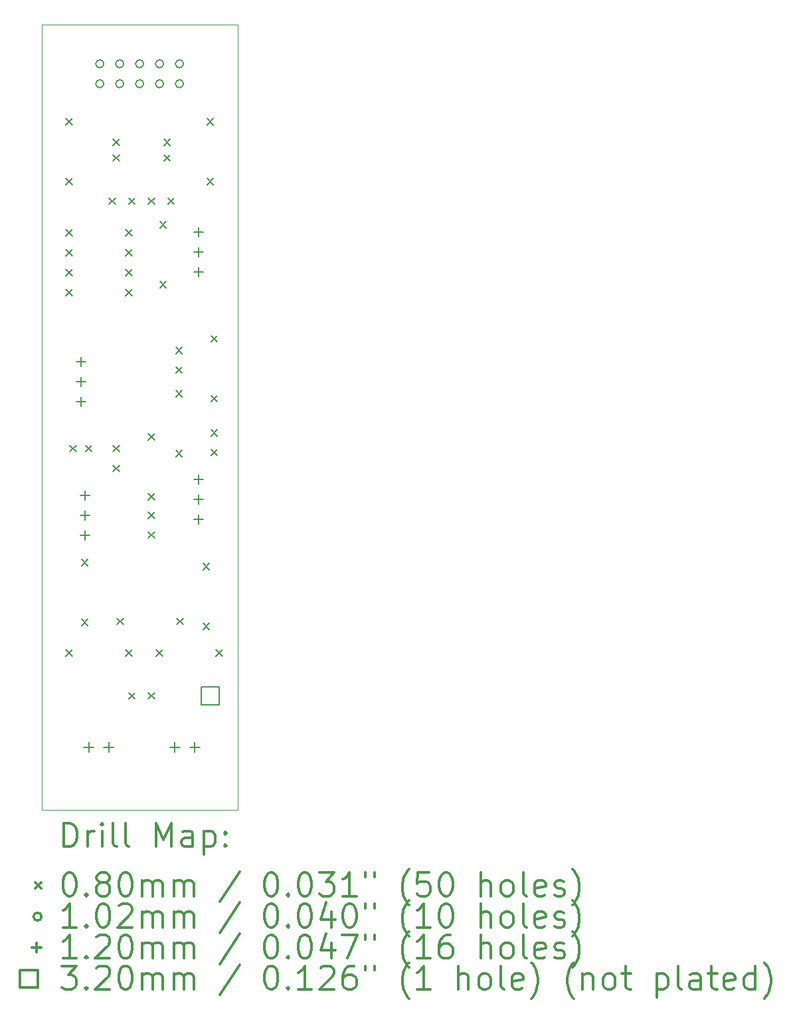
<source format=gbr>
%FSLAX45Y45*%
G04 Gerber Fmt 4.5, Leading zero omitted, Abs format (unit mm)*
G04 Created by KiCad (PCBNEW (5.1.8-0-10_14)) date 2021-07-20 21:00:22*
%MOMM*%
%LPD*%
G01*
G04 APERTURE LIST*
%TA.AperFunction,Profile*%
%ADD10C,0.050000*%
%TD*%
%ADD11C,0.200000*%
%ADD12C,0.300000*%
G04 APERTURE END LIST*
D10*
X5000000Y-15000000D02*
X5000000Y-5000000D01*
X7500000Y-15000000D02*
X5000000Y-15000000D01*
X7500000Y-5000000D02*
X7500000Y-15000000D01*
X5000000Y-5000000D02*
X7500000Y-5000000D01*
D11*
X6460000Y-12960000D02*
X6540000Y-13040000D01*
X6540000Y-12960000D02*
X6460000Y-13040000D01*
X7222000Y-12960000D02*
X7302000Y-13040000D01*
X7302000Y-12960000D02*
X7222000Y-13040000D01*
X6560000Y-6460000D02*
X6640000Y-6540000D01*
X6640000Y-6460000D02*
X6560000Y-6540000D01*
X6560000Y-6660000D02*
X6640000Y-6740000D01*
X6640000Y-6660000D02*
X6560000Y-6740000D01*
X6710000Y-9110000D02*
X6790000Y-9190000D01*
X6790000Y-9110000D02*
X6710000Y-9190000D01*
X6710000Y-9360000D02*
X6790000Y-9440000D01*
X6790000Y-9360000D02*
X6710000Y-9440000D01*
X5860000Y-7210000D02*
X5940000Y-7290000D01*
X5940000Y-7210000D02*
X5860000Y-7290000D01*
X6110000Y-7210000D02*
X6190000Y-7290000D01*
X6190000Y-7210000D02*
X6110000Y-7290000D01*
X5310000Y-6198000D02*
X5390000Y-6278000D01*
X5390000Y-6198000D02*
X5310000Y-6278000D01*
X5310000Y-6960000D02*
X5390000Y-7040000D01*
X5390000Y-6960000D02*
X5310000Y-7040000D01*
X7160000Y-10160000D02*
X7240000Y-10240000D01*
X7240000Y-10160000D02*
X7160000Y-10240000D01*
X7160000Y-10410000D02*
X7240000Y-10490000D01*
X7240000Y-10410000D02*
X7160000Y-10490000D01*
X5960000Y-12560000D02*
X6040000Y-12640000D01*
X6040000Y-12560000D02*
X5960000Y-12640000D01*
X6722000Y-12560000D02*
X6802000Y-12640000D01*
X6802000Y-12560000D02*
X6722000Y-12640000D01*
X7110000Y-6198000D02*
X7190000Y-6278000D01*
X7190000Y-6198000D02*
X7110000Y-6278000D01*
X7110000Y-6960000D02*
X7190000Y-7040000D01*
X7190000Y-6960000D02*
X7110000Y-7040000D01*
X6360000Y-10210000D02*
X6440000Y-10290000D01*
X6440000Y-10210000D02*
X6360000Y-10290000D01*
X6360000Y-10972000D02*
X6440000Y-11052000D01*
X6440000Y-10972000D02*
X6360000Y-11052000D01*
X6510000Y-7510000D02*
X6590000Y-7590000D01*
X6590000Y-7510000D02*
X6510000Y-7590000D01*
X6510000Y-8272000D02*
X6590000Y-8352000D01*
X6590000Y-8272000D02*
X6510000Y-8352000D01*
X5910000Y-6460000D02*
X5990000Y-6540000D01*
X5990000Y-6460000D02*
X5910000Y-6540000D01*
X5910000Y-6660000D02*
X5990000Y-6740000D01*
X5990000Y-6660000D02*
X5910000Y-6740000D01*
X5310000Y-7610000D02*
X5390000Y-7690000D01*
X5390000Y-7610000D02*
X5310000Y-7690000D01*
X5310000Y-7864000D02*
X5390000Y-7944000D01*
X5390000Y-7864000D02*
X5310000Y-7944000D01*
X5310000Y-8118000D02*
X5390000Y-8198000D01*
X5390000Y-8118000D02*
X5310000Y-8198000D01*
X5310000Y-8372000D02*
X5390000Y-8452000D01*
X5390000Y-8372000D02*
X5310000Y-8452000D01*
X6072000Y-7610000D02*
X6152000Y-7690000D01*
X6152000Y-7610000D02*
X6072000Y-7690000D01*
X6072000Y-7864000D02*
X6152000Y-7944000D01*
X6152000Y-7864000D02*
X6072000Y-7944000D01*
X6072000Y-8118000D02*
X6152000Y-8198000D01*
X6152000Y-8118000D02*
X6072000Y-8198000D01*
X6072000Y-8372000D02*
X6152000Y-8452000D01*
X6152000Y-8372000D02*
X6072000Y-8452000D01*
X7060000Y-11860000D02*
X7140000Y-11940000D01*
X7140000Y-11860000D02*
X7060000Y-11940000D01*
X7060000Y-12622000D02*
X7140000Y-12702000D01*
X7140000Y-12622000D02*
X7060000Y-12702000D01*
X6360000Y-11210000D02*
X6440000Y-11290000D01*
X6440000Y-11210000D02*
X6360000Y-11290000D01*
X6360000Y-11460000D02*
X6440000Y-11540000D01*
X6440000Y-11460000D02*
X6360000Y-11540000D01*
X5910000Y-10360000D02*
X5990000Y-10440000D01*
X5990000Y-10360000D02*
X5910000Y-10440000D01*
X5910000Y-10610000D02*
X5990000Y-10690000D01*
X5990000Y-10610000D02*
X5910000Y-10690000D01*
X6360000Y-7210000D02*
X6440000Y-7290000D01*
X6440000Y-7210000D02*
X6360000Y-7290000D01*
X6610000Y-7210000D02*
X6690000Y-7290000D01*
X6690000Y-7210000D02*
X6610000Y-7290000D01*
X5510000Y-11810000D02*
X5590000Y-11890000D01*
X5590000Y-11810000D02*
X5510000Y-11890000D01*
X5510000Y-12572000D02*
X5590000Y-12652000D01*
X5590000Y-12572000D02*
X5510000Y-12652000D01*
X6110000Y-13510000D02*
X6190000Y-13590000D01*
X6190000Y-13510000D02*
X6110000Y-13590000D01*
X6360000Y-13510000D02*
X6440000Y-13590000D01*
X6440000Y-13510000D02*
X6360000Y-13590000D01*
X6710000Y-9660000D02*
X6790000Y-9740000D01*
X6790000Y-9660000D02*
X6710000Y-9740000D01*
X6710000Y-10422000D02*
X6790000Y-10502000D01*
X6790000Y-10422000D02*
X6710000Y-10502000D01*
X5310000Y-12960000D02*
X5390000Y-13040000D01*
X5390000Y-12960000D02*
X5310000Y-13040000D01*
X6072000Y-12960000D02*
X6152000Y-13040000D01*
X6152000Y-12960000D02*
X6072000Y-13040000D01*
X5360000Y-10360000D02*
X5440000Y-10440000D01*
X5440000Y-10360000D02*
X5360000Y-10440000D01*
X5560000Y-10360000D02*
X5640000Y-10440000D01*
X5640000Y-10360000D02*
X5560000Y-10440000D01*
X7160000Y-8960000D02*
X7240000Y-9040000D01*
X7240000Y-8960000D02*
X7160000Y-9040000D01*
X7160000Y-9722000D02*
X7240000Y-9802000D01*
X7240000Y-9722000D02*
X7160000Y-9802000D01*
X5791800Y-5499500D02*
G75*
G03*
X5791800Y-5499500I-50800J0D01*
G01*
X5791800Y-5753500D02*
G75*
G03*
X5791800Y-5753500I-50800J0D01*
G01*
X6045800Y-5499500D02*
G75*
G03*
X6045800Y-5499500I-50800J0D01*
G01*
X6045800Y-5753500D02*
G75*
G03*
X6045800Y-5753500I-50800J0D01*
G01*
X6299800Y-5499500D02*
G75*
G03*
X6299800Y-5499500I-50800J0D01*
G01*
X6299800Y-5753500D02*
G75*
G03*
X6299800Y-5753500I-50800J0D01*
G01*
X6553800Y-5499500D02*
G75*
G03*
X6553800Y-5499500I-50800J0D01*
G01*
X6553800Y-5753500D02*
G75*
G03*
X6553800Y-5753500I-50800J0D01*
G01*
X6807800Y-5499500D02*
G75*
G03*
X6807800Y-5499500I-50800J0D01*
G01*
X6807800Y-5753500D02*
G75*
G03*
X6807800Y-5753500I-50800J0D01*
G01*
X5500000Y-9232000D02*
X5500000Y-9352000D01*
X5440000Y-9292000D02*
X5560000Y-9292000D01*
X5500000Y-9486000D02*
X5500000Y-9606000D01*
X5440000Y-9546000D02*
X5560000Y-9546000D01*
X5500000Y-9740000D02*
X5500000Y-9860000D01*
X5440000Y-9800000D02*
X5560000Y-9800000D01*
X7000000Y-7582000D02*
X7000000Y-7702000D01*
X6940000Y-7642000D02*
X7060000Y-7642000D01*
X7000000Y-7836000D02*
X7000000Y-7956000D01*
X6940000Y-7896000D02*
X7060000Y-7896000D01*
X7000000Y-8090000D02*
X7000000Y-8210000D01*
X6940000Y-8150000D02*
X7060000Y-8150000D01*
X5600000Y-14140000D02*
X5600000Y-14260000D01*
X5540000Y-14200000D02*
X5660000Y-14200000D01*
X5854000Y-14140000D02*
X5854000Y-14260000D01*
X5794000Y-14200000D02*
X5914000Y-14200000D01*
X5550000Y-10932000D02*
X5550000Y-11052000D01*
X5490000Y-10992000D02*
X5610000Y-10992000D01*
X5550000Y-11186000D02*
X5550000Y-11306000D01*
X5490000Y-11246000D02*
X5610000Y-11246000D01*
X5550000Y-11440000D02*
X5550000Y-11560000D01*
X5490000Y-11500000D02*
X5610000Y-11500000D01*
X6700000Y-14140000D02*
X6700000Y-14260000D01*
X6640000Y-14200000D02*
X6760000Y-14200000D01*
X6954000Y-14140000D02*
X6954000Y-14260000D01*
X6894000Y-14200000D02*
X7014000Y-14200000D01*
X7000000Y-10732000D02*
X7000000Y-10852000D01*
X6940000Y-10792000D02*
X7060000Y-10792000D01*
X7000000Y-10986000D02*
X7000000Y-11106000D01*
X6940000Y-11046000D02*
X7060000Y-11046000D01*
X7000000Y-11240000D02*
X7000000Y-11360000D01*
X6940000Y-11300000D02*
X7060000Y-11300000D01*
X7263138Y-13663138D02*
X7263138Y-13436862D01*
X7036862Y-13436862D01*
X7036862Y-13663138D01*
X7263138Y-13663138D01*
D12*
X5283928Y-15468214D02*
X5283928Y-15168214D01*
X5355357Y-15168214D01*
X5398214Y-15182500D01*
X5426786Y-15211071D01*
X5441071Y-15239643D01*
X5455357Y-15296786D01*
X5455357Y-15339643D01*
X5441071Y-15396786D01*
X5426786Y-15425357D01*
X5398214Y-15453929D01*
X5355357Y-15468214D01*
X5283928Y-15468214D01*
X5583928Y-15468214D02*
X5583928Y-15268214D01*
X5583928Y-15325357D02*
X5598214Y-15296786D01*
X5612500Y-15282500D01*
X5641071Y-15268214D01*
X5669643Y-15268214D01*
X5769643Y-15468214D02*
X5769643Y-15268214D01*
X5769643Y-15168214D02*
X5755357Y-15182500D01*
X5769643Y-15196786D01*
X5783928Y-15182500D01*
X5769643Y-15168214D01*
X5769643Y-15196786D01*
X5955357Y-15468214D02*
X5926786Y-15453929D01*
X5912500Y-15425357D01*
X5912500Y-15168214D01*
X6112500Y-15468214D02*
X6083928Y-15453929D01*
X6069643Y-15425357D01*
X6069643Y-15168214D01*
X6455357Y-15468214D02*
X6455357Y-15168214D01*
X6555357Y-15382500D01*
X6655357Y-15168214D01*
X6655357Y-15468214D01*
X6926786Y-15468214D02*
X6926786Y-15311071D01*
X6912500Y-15282500D01*
X6883928Y-15268214D01*
X6826786Y-15268214D01*
X6798214Y-15282500D01*
X6926786Y-15453929D02*
X6898214Y-15468214D01*
X6826786Y-15468214D01*
X6798214Y-15453929D01*
X6783928Y-15425357D01*
X6783928Y-15396786D01*
X6798214Y-15368214D01*
X6826786Y-15353929D01*
X6898214Y-15353929D01*
X6926786Y-15339643D01*
X7069643Y-15268214D02*
X7069643Y-15568214D01*
X7069643Y-15282500D02*
X7098214Y-15268214D01*
X7155357Y-15268214D01*
X7183928Y-15282500D01*
X7198214Y-15296786D01*
X7212500Y-15325357D01*
X7212500Y-15411071D01*
X7198214Y-15439643D01*
X7183928Y-15453929D01*
X7155357Y-15468214D01*
X7098214Y-15468214D01*
X7069643Y-15453929D01*
X7341071Y-15439643D02*
X7355357Y-15453929D01*
X7341071Y-15468214D01*
X7326786Y-15453929D01*
X7341071Y-15439643D01*
X7341071Y-15468214D01*
X7341071Y-15282500D02*
X7355357Y-15296786D01*
X7341071Y-15311071D01*
X7326786Y-15296786D01*
X7341071Y-15282500D01*
X7341071Y-15311071D01*
X4917500Y-15922500D02*
X4997500Y-16002500D01*
X4997500Y-15922500D02*
X4917500Y-16002500D01*
X5341071Y-15798214D02*
X5369643Y-15798214D01*
X5398214Y-15812500D01*
X5412500Y-15826786D01*
X5426786Y-15855357D01*
X5441071Y-15912500D01*
X5441071Y-15983929D01*
X5426786Y-16041071D01*
X5412500Y-16069643D01*
X5398214Y-16083929D01*
X5369643Y-16098214D01*
X5341071Y-16098214D01*
X5312500Y-16083929D01*
X5298214Y-16069643D01*
X5283928Y-16041071D01*
X5269643Y-15983929D01*
X5269643Y-15912500D01*
X5283928Y-15855357D01*
X5298214Y-15826786D01*
X5312500Y-15812500D01*
X5341071Y-15798214D01*
X5569643Y-16069643D02*
X5583928Y-16083929D01*
X5569643Y-16098214D01*
X5555357Y-16083929D01*
X5569643Y-16069643D01*
X5569643Y-16098214D01*
X5755357Y-15926786D02*
X5726786Y-15912500D01*
X5712500Y-15898214D01*
X5698214Y-15869643D01*
X5698214Y-15855357D01*
X5712500Y-15826786D01*
X5726786Y-15812500D01*
X5755357Y-15798214D01*
X5812500Y-15798214D01*
X5841071Y-15812500D01*
X5855357Y-15826786D01*
X5869643Y-15855357D01*
X5869643Y-15869643D01*
X5855357Y-15898214D01*
X5841071Y-15912500D01*
X5812500Y-15926786D01*
X5755357Y-15926786D01*
X5726786Y-15941071D01*
X5712500Y-15955357D01*
X5698214Y-15983929D01*
X5698214Y-16041071D01*
X5712500Y-16069643D01*
X5726786Y-16083929D01*
X5755357Y-16098214D01*
X5812500Y-16098214D01*
X5841071Y-16083929D01*
X5855357Y-16069643D01*
X5869643Y-16041071D01*
X5869643Y-15983929D01*
X5855357Y-15955357D01*
X5841071Y-15941071D01*
X5812500Y-15926786D01*
X6055357Y-15798214D02*
X6083928Y-15798214D01*
X6112500Y-15812500D01*
X6126786Y-15826786D01*
X6141071Y-15855357D01*
X6155357Y-15912500D01*
X6155357Y-15983929D01*
X6141071Y-16041071D01*
X6126786Y-16069643D01*
X6112500Y-16083929D01*
X6083928Y-16098214D01*
X6055357Y-16098214D01*
X6026786Y-16083929D01*
X6012500Y-16069643D01*
X5998214Y-16041071D01*
X5983928Y-15983929D01*
X5983928Y-15912500D01*
X5998214Y-15855357D01*
X6012500Y-15826786D01*
X6026786Y-15812500D01*
X6055357Y-15798214D01*
X6283928Y-16098214D02*
X6283928Y-15898214D01*
X6283928Y-15926786D02*
X6298214Y-15912500D01*
X6326786Y-15898214D01*
X6369643Y-15898214D01*
X6398214Y-15912500D01*
X6412500Y-15941071D01*
X6412500Y-16098214D01*
X6412500Y-15941071D02*
X6426786Y-15912500D01*
X6455357Y-15898214D01*
X6498214Y-15898214D01*
X6526786Y-15912500D01*
X6541071Y-15941071D01*
X6541071Y-16098214D01*
X6683928Y-16098214D02*
X6683928Y-15898214D01*
X6683928Y-15926786D02*
X6698214Y-15912500D01*
X6726786Y-15898214D01*
X6769643Y-15898214D01*
X6798214Y-15912500D01*
X6812500Y-15941071D01*
X6812500Y-16098214D01*
X6812500Y-15941071D02*
X6826786Y-15912500D01*
X6855357Y-15898214D01*
X6898214Y-15898214D01*
X6926786Y-15912500D01*
X6941071Y-15941071D01*
X6941071Y-16098214D01*
X7526786Y-15783929D02*
X7269643Y-16169643D01*
X7912500Y-15798214D02*
X7941071Y-15798214D01*
X7969643Y-15812500D01*
X7983928Y-15826786D01*
X7998214Y-15855357D01*
X8012500Y-15912500D01*
X8012500Y-15983929D01*
X7998214Y-16041071D01*
X7983928Y-16069643D01*
X7969643Y-16083929D01*
X7941071Y-16098214D01*
X7912500Y-16098214D01*
X7883928Y-16083929D01*
X7869643Y-16069643D01*
X7855357Y-16041071D01*
X7841071Y-15983929D01*
X7841071Y-15912500D01*
X7855357Y-15855357D01*
X7869643Y-15826786D01*
X7883928Y-15812500D01*
X7912500Y-15798214D01*
X8141071Y-16069643D02*
X8155357Y-16083929D01*
X8141071Y-16098214D01*
X8126786Y-16083929D01*
X8141071Y-16069643D01*
X8141071Y-16098214D01*
X8341071Y-15798214D02*
X8369643Y-15798214D01*
X8398214Y-15812500D01*
X8412500Y-15826786D01*
X8426786Y-15855357D01*
X8441071Y-15912500D01*
X8441071Y-15983929D01*
X8426786Y-16041071D01*
X8412500Y-16069643D01*
X8398214Y-16083929D01*
X8369643Y-16098214D01*
X8341071Y-16098214D01*
X8312500Y-16083929D01*
X8298214Y-16069643D01*
X8283928Y-16041071D01*
X8269643Y-15983929D01*
X8269643Y-15912500D01*
X8283928Y-15855357D01*
X8298214Y-15826786D01*
X8312500Y-15812500D01*
X8341071Y-15798214D01*
X8541071Y-15798214D02*
X8726786Y-15798214D01*
X8626786Y-15912500D01*
X8669643Y-15912500D01*
X8698214Y-15926786D01*
X8712500Y-15941071D01*
X8726786Y-15969643D01*
X8726786Y-16041071D01*
X8712500Y-16069643D01*
X8698214Y-16083929D01*
X8669643Y-16098214D01*
X8583928Y-16098214D01*
X8555357Y-16083929D01*
X8541071Y-16069643D01*
X9012500Y-16098214D02*
X8841071Y-16098214D01*
X8926786Y-16098214D02*
X8926786Y-15798214D01*
X8898214Y-15841071D01*
X8869643Y-15869643D01*
X8841071Y-15883929D01*
X9126786Y-15798214D02*
X9126786Y-15855357D01*
X9241071Y-15798214D02*
X9241071Y-15855357D01*
X9683928Y-16212500D02*
X9669643Y-16198214D01*
X9641071Y-16155357D01*
X9626786Y-16126786D01*
X9612500Y-16083929D01*
X9598214Y-16012500D01*
X9598214Y-15955357D01*
X9612500Y-15883929D01*
X9626786Y-15841071D01*
X9641071Y-15812500D01*
X9669643Y-15769643D01*
X9683928Y-15755357D01*
X9941071Y-15798214D02*
X9798214Y-15798214D01*
X9783928Y-15941071D01*
X9798214Y-15926786D01*
X9826786Y-15912500D01*
X9898214Y-15912500D01*
X9926786Y-15926786D01*
X9941071Y-15941071D01*
X9955357Y-15969643D01*
X9955357Y-16041071D01*
X9941071Y-16069643D01*
X9926786Y-16083929D01*
X9898214Y-16098214D01*
X9826786Y-16098214D01*
X9798214Y-16083929D01*
X9783928Y-16069643D01*
X10141071Y-15798214D02*
X10169643Y-15798214D01*
X10198214Y-15812500D01*
X10212500Y-15826786D01*
X10226786Y-15855357D01*
X10241071Y-15912500D01*
X10241071Y-15983929D01*
X10226786Y-16041071D01*
X10212500Y-16069643D01*
X10198214Y-16083929D01*
X10169643Y-16098214D01*
X10141071Y-16098214D01*
X10112500Y-16083929D01*
X10098214Y-16069643D01*
X10083928Y-16041071D01*
X10069643Y-15983929D01*
X10069643Y-15912500D01*
X10083928Y-15855357D01*
X10098214Y-15826786D01*
X10112500Y-15812500D01*
X10141071Y-15798214D01*
X10598214Y-16098214D02*
X10598214Y-15798214D01*
X10726786Y-16098214D02*
X10726786Y-15941071D01*
X10712500Y-15912500D01*
X10683928Y-15898214D01*
X10641071Y-15898214D01*
X10612500Y-15912500D01*
X10598214Y-15926786D01*
X10912500Y-16098214D02*
X10883928Y-16083929D01*
X10869643Y-16069643D01*
X10855357Y-16041071D01*
X10855357Y-15955357D01*
X10869643Y-15926786D01*
X10883928Y-15912500D01*
X10912500Y-15898214D01*
X10955357Y-15898214D01*
X10983928Y-15912500D01*
X10998214Y-15926786D01*
X11012500Y-15955357D01*
X11012500Y-16041071D01*
X10998214Y-16069643D01*
X10983928Y-16083929D01*
X10955357Y-16098214D01*
X10912500Y-16098214D01*
X11183928Y-16098214D02*
X11155357Y-16083929D01*
X11141071Y-16055357D01*
X11141071Y-15798214D01*
X11412500Y-16083929D02*
X11383928Y-16098214D01*
X11326786Y-16098214D01*
X11298214Y-16083929D01*
X11283928Y-16055357D01*
X11283928Y-15941071D01*
X11298214Y-15912500D01*
X11326786Y-15898214D01*
X11383928Y-15898214D01*
X11412500Y-15912500D01*
X11426786Y-15941071D01*
X11426786Y-15969643D01*
X11283928Y-15998214D01*
X11541071Y-16083929D02*
X11569643Y-16098214D01*
X11626786Y-16098214D01*
X11655357Y-16083929D01*
X11669643Y-16055357D01*
X11669643Y-16041071D01*
X11655357Y-16012500D01*
X11626786Y-15998214D01*
X11583928Y-15998214D01*
X11555357Y-15983929D01*
X11541071Y-15955357D01*
X11541071Y-15941071D01*
X11555357Y-15912500D01*
X11583928Y-15898214D01*
X11626786Y-15898214D01*
X11655357Y-15912500D01*
X11769643Y-16212500D02*
X11783928Y-16198214D01*
X11812500Y-16155357D01*
X11826786Y-16126786D01*
X11841071Y-16083929D01*
X11855357Y-16012500D01*
X11855357Y-15955357D01*
X11841071Y-15883929D01*
X11826786Y-15841071D01*
X11812500Y-15812500D01*
X11783928Y-15769643D01*
X11769643Y-15755357D01*
X4997500Y-16358500D02*
G75*
G03*
X4997500Y-16358500I-50800J0D01*
G01*
X5441071Y-16494214D02*
X5269643Y-16494214D01*
X5355357Y-16494214D02*
X5355357Y-16194214D01*
X5326786Y-16237071D01*
X5298214Y-16265643D01*
X5269643Y-16279929D01*
X5569643Y-16465643D02*
X5583928Y-16479929D01*
X5569643Y-16494214D01*
X5555357Y-16479929D01*
X5569643Y-16465643D01*
X5569643Y-16494214D01*
X5769643Y-16194214D02*
X5798214Y-16194214D01*
X5826786Y-16208500D01*
X5841071Y-16222786D01*
X5855357Y-16251357D01*
X5869643Y-16308500D01*
X5869643Y-16379929D01*
X5855357Y-16437071D01*
X5841071Y-16465643D01*
X5826786Y-16479929D01*
X5798214Y-16494214D01*
X5769643Y-16494214D01*
X5741071Y-16479929D01*
X5726786Y-16465643D01*
X5712500Y-16437071D01*
X5698214Y-16379929D01*
X5698214Y-16308500D01*
X5712500Y-16251357D01*
X5726786Y-16222786D01*
X5741071Y-16208500D01*
X5769643Y-16194214D01*
X5983928Y-16222786D02*
X5998214Y-16208500D01*
X6026786Y-16194214D01*
X6098214Y-16194214D01*
X6126786Y-16208500D01*
X6141071Y-16222786D01*
X6155357Y-16251357D01*
X6155357Y-16279929D01*
X6141071Y-16322786D01*
X5969643Y-16494214D01*
X6155357Y-16494214D01*
X6283928Y-16494214D02*
X6283928Y-16294214D01*
X6283928Y-16322786D02*
X6298214Y-16308500D01*
X6326786Y-16294214D01*
X6369643Y-16294214D01*
X6398214Y-16308500D01*
X6412500Y-16337071D01*
X6412500Y-16494214D01*
X6412500Y-16337071D02*
X6426786Y-16308500D01*
X6455357Y-16294214D01*
X6498214Y-16294214D01*
X6526786Y-16308500D01*
X6541071Y-16337071D01*
X6541071Y-16494214D01*
X6683928Y-16494214D02*
X6683928Y-16294214D01*
X6683928Y-16322786D02*
X6698214Y-16308500D01*
X6726786Y-16294214D01*
X6769643Y-16294214D01*
X6798214Y-16308500D01*
X6812500Y-16337071D01*
X6812500Y-16494214D01*
X6812500Y-16337071D02*
X6826786Y-16308500D01*
X6855357Y-16294214D01*
X6898214Y-16294214D01*
X6926786Y-16308500D01*
X6941071Y-16337071D01*
X6941071Y-16494214D01*
X7526786Y-16179929D02*
X7269643Y-16565643D01*
X7912500Y-16194214D02*
X7941071Y-16194214D01*
X7969643Y-16208500D01*
X7983928Y-16222786D01*
X7998214Y-16251357D01*
X8012500Y-16308500D01*
X8012500Y-16379929D01*
X7998214Y-16437071D01*
X7983928Y-16465643D01*
X7969643Y-16479929D01*
X7941071Y-16494214D01*
X7912500Y-16494214D01*
X7883928Y-16479929D01*
X7869643Y-16465643D01*
X7855357Y-16437071D01*
X7841071Y-16379929D01*
X7841071Y-16308500D01*
X7855357Y-16251357D01*
X7869643Y-16222786D01*
X7883928Y-16208500D01*
X7912500Y-16194214D01*
X8141071Y-16465643D02*
X8155357Y-16479929D01*
X8141071Y-16494214D01*
X8126786Y-16479929D01*
X8141071Y-16465643D01*
X8141071Y-16494214D01*
X8341071Y-16194214D02*
X8369643Y-16194214D01*
X8398214Y-16208500D01*
X8412500Y-16222786D01*
X8426786Y-16251357D01*
X8441071Y-16308500D01*
X8441071Y-16379929D01*
X8426786Y-16437071D01*
X8412500Y-16465643D01*
X8398214Y-16479929D01*
X8369643Y-16494214D01*
X8341071Y-16494214D01*
X8312500Y-16479929D01*
X8298214Y-16465643D01*
X8283928Y-16437071D01*
X8269643Y-16379929D01*
X8269643Y-16308500D01*
X8283928Y-16251357D01*
X8298214Y-16222786D01*
X8312500Y-16208500D01*
X8341071Y-16194214D01*
X8698214Y-16294214D02*
X8698214Y-16494214D01*
X8626786Y-16179929D02*
X8555357Y-16394214D01*
X8741071Y-16394214D01*
X8912500Y-16194214D02*
X8941071Y-16194214D01*
X8969643Y-16208500D01*
X8983928Y-16222786D01*
X8998214Y-16251357D01*
X9012500Y-16308500D01*
X9012500Y-16379929D01*
X8998214Y-16437071D01*
X8983928Y-16465643D01*
X8969643Y-16479929D01*
X8941071Y-16494214D01*
X8912500Y-16494214D01*
X8883928Y-16479929D01*
X8869643Y-16465643D01*
X8855357Y-16437071D01*
X8841071Y-16379929D01*
X8841071Y-16308500D01*
X8855357Y-16251357D01*
X8869643Y-16222786D01*
X8883928Y-16208500D01*
X8912500Y-16194214D01*
X9126786Y-16194214D02*
X9126786Y-16251357D01*
X9241071Y-16194214D02*
X9241071Y-16251357D01*
X9683928Y-16608500D02*
X9669643Y-16594214D01*
X9641071Y-16551357D01*
X9626786Y-16522786D01*
X9612500Y-16479929D01*
X9598214Y-16408500D01*
X9598214Y-16351357D01*
X9612500Y-16279929D01*
X9626786Y-16237071D01*
X9641071Y-16208500D01*
X9669643Y-16165643D01*
X9683928Y-16151357D01*
X9955357Y-16494214D02*
X9783928Y-16494214D01*
X9869643Y-16494214D02*
X9869643Y-16194214D01*
X9841071Y-16237071D01*
X9812500Y-16265643D01*
X9783928Y-16279929D01*
X10141071Y-16194214D02*
X10169643Y-16194214D01*
X10198214Y-16208500D01*
X10212500Y-16222786D01*
X10226786Y-16251357D01*
X10241071Y-16308500D01*
X10241071Y-16379929D01*
X10226786Y-16437071D01*
X10212500Y-16465643D01*
X10198214Y-16479929D01*
X10169643Y-16494214D01*
X10141071Y-16494214D01*
X10112500Y-16479929D01*
X10098214Y-16465643D01*
X10083928Y-16437071D01*
X10069643Y-16379929D01*
X10069643Y-16308500D01*
X10083928Y-16251357D01*
X10098214Y-16222786D01*
X10112500Y-16208500D01*
X10141071Y-16194214D01*
X10598214Y-16494214D02*
X10598214Y-16194214D01*
X10726786Y-16494214D02*
X10726786Y-16337071D01*
X10712500Y-16308500D01*
X10683928Y-16294214D01*
X10641071Y-16294214D01*
X10612500Y-16308500D01*
X10598214Y-16322786D01*
X10912500Y-16494214D02*
X10883928Y-16479929D01*
X10869643Y-16465643D01*
X10855357Y-16437071D01*
X10855357Y-16351357D01*
X10869643Y-16322786D01*
X10883928Y-16308500D01*
X10912500Y-16294214D01*
X10955357Y-16294214D01*
X10983928Y-16308500D01*
X10998214Y-16322786D01*
X11012500Y-16351357D01*
X11012500Y-16437071D01*
X10998214Y-16465643D01*
X10983928Y-16479929D01*
X10955357Y-16494214D01*
X10912500Y-16494214D01*
X11183928Y-16494214D02*
X11155357Y-16479929D01*
X11141071Y-16451357D01*
X11141071Y-16194214D01*
X11412500Y-16479929D02*
X11383928Y-16494214D01*
X11326786Y-16494214D01*
X11298214Y-16479929D01*
X11283928Y-16451357D01*
X11283928Y-16337071D01*
X11298214Y-16308500D01*
X11326786Y-16294214D01*
X11383928Y-16294214D01*
X11412500Y-16308500D01*
X11426786Y-16337071D01*
X11426786Y-16365643D01*
X11283928Y-16394214D01*
X11541071Y-16479929D02*
X11569643Y-16494214D01*
X11626786Y-16494214D01*
X11655357Y-16479929D01*
X11669643Y-16451357D01*
X11669643Y-16437071D01*
X11655357Y-16408500D01*
X11626786Y-16394214D01*
X11583928Y-16394214D01*
X11555357Y-16379929D01*
X11541071Y-16351357D01*
X11541071Y-16337071D01*
X11555357Y-16308500D01*
X11583928Y-16294214D01*
X11626786Y-16294214D01*
X11655357Y-16308500D01*
X11769643Y-16608500D02*
X11783928Y-16594214D01*
X11812500Y-16551357D01*
X11826786Y-16522786D01*
X11841071Y-16479929D01*
X11855357Y-16408500D01*
X11855357Y-16351357D01*
X11841071Y-16279929D01*
X11826786Y-16237071D01*
X11812500Y-16208500D01*
X11783928Y-16165643D01*
X11769643Y-16151357D01*
X4937500Y-16694500D02*
X4937500Y-16814500D01*
X4877500Y-16754500D02*
X4997500Y-16754500D01*
X5441071Y-16890214D02*
X5269643Y-16890214D01*
X5355357Y-16890214D02*
X5355357Y-16590214D01*
X5326786Y-16633071D01*
X5298214Y-16661643D01*
X5269643Y-16675929D01*
X5569643Y-16861643D02*
X5583928Y-16875929D01*
X5569643Y-16890214D01*
X5555357Y-16875929D01*
X5569643Y-16861643D01*
X5569643Y-16890214D01*
X5698214Y-16618786D02*
X5712500Y-16604500D01*
X5741071Y-16590214D01*
X5812500Y-16590214D01*
X5841071Y-16604500D01*
X5855357Y-16618786D01*
X5869643Y-16647357D01*
X5869643Y-16675929D01*
X5855357Y-16718786D01*
X5683928Y-16890214D01*
X5869643Y-16890214D01*
X6055357Y-16590214D02*
X6083928Y-16590214D01*
X6112500Y-16604500D01*
X6126786Y-16618786D01*
X6141071Y-16647357D01*
X6155357Y-16704500D01*
X6155357Y-16775929D01*
X6141071Y-16833072D01*
X6126786Y-16861643D01*
X6112500Y-16875929D01*
X6083928Y-16890214D01*
X6055357Y-16890214D01*
X6026786Y-16875929D01*
X6012500Y-16861643D01*
X5998214Y-16833072D01*
X5983928Y-16775929D01*
X5983928Y-16704500D01*
X5998214Y-16647357D01*
X6012500Y-16618786D01*
X6026786Y-16604500D01*
X6055357Y-16590214D01*
X6283928Y-16890214D02*
X6283928Y-16690214D01*
X6283928Y-16718786D02*
X6298214Y-16704500D01*
X6326786Y-16690214D01*
X6369643Y-16690214D01*
X6398214Y-16704500D01*
X6412500Y-16733071D01*
X6412500Y-16890214D01*
X6412500Y-16733071D02*
X6426786Y-16704500D01*
X6455357Y-16690214D01*
X6498214Y-16690214D01*
X6526786Y-16704500D01*
X6541071Y-16733071D01*
X6541071Y-16890214D01*
X6683928Y-16890214D02*
X6683928Y-16690214D01*
X6683928Y-16718786D02*
X6698214Y-16704500D01*
X6726786Y-16690214D01*
X6769643Y-16690214D01*
X6798214Y-16704500D01*
X6812500Y-16733071D01*
X6812500Y-16890214D01*
X6812500Y-16733071D02*
X6826786Y-16704500D01*
X6855357Y-16690214D01*
X6898214Y-16690214D01*
X6926786Y-16704500D01*
X6941071Y-16733071D01*
X6941071Y-16890214D01*
X7526786Y-16575929D02*
X7269643Y-16961643D01*
X7912500Y-16590214D02*
X7941071Y-16590214D01*
X7969643Y-16604500D01*
X7983928Y-16618786D01*
X7998214Y-16647357D01*
X8012500Y-16704500D01*
X8012500Y-16775929D01*
X7998214Y-16833072D01*
X7983928Y-16861643D01*
X7969643Y-16875929D01*
X7941071Y-16890214D01*
X7912500Y-16890214D01*
X7883928Y-16875929D01*
X7869643Y-16861643D01*
X7855357Y-16833072D01*
X7841071Y-16775929D01*
X7841071Y-16704500D01*
X7855357Y-16647357D01*
X7869643Y-16618786D01*
X7883928Y-16604500D01*
X7912500Y-16590214D01*
X8141071Y-16861643D02*
X8155357Y-16875929D01*
X8141071Y-16890214D01*
X8126786Y-16875929D01*
X8141071Y-16861643D01*
X8141071Y-16890214D01*
X8341071Y-16590214D02*
X8369643Y-16590214D01*
X8398214Y-16604500D01*
X8412500Y-16618786D01*
X8426786Y-16647357D01*
X8441071Y-16704500D01*
X8441071Y-16775929D01*
X8426786Y-16833072D01*
X8412500Y-16861643D01*
X8398214Y-16875929D01*
X8369643Y-16890214D01*
X8341071Y-16890214D01*
X8312500Y-16875929D01*
X8298214Y-16861643D01*
X8283928Y-16833072D01*
X8269643Y-16775929D01*
X8269643Y-16704500D01*
X8283928Y-16647357D01*
X8298214Y-16618786D01*
X8312500Y-16604500D01*
X8341071Y-16590214D01*
X8698214Y-16690214D02*
X8698214Y-16890214D01*
X8626786Y-16575929D02*
X8555357Y-16790214D01*
X8741071Y-16790214D01*
X8826786Y-16590214D02*
X9026786Y-16590214D01*
X8898214Y-16890214D01*
X9126786Y-16590214D02*
X9126786Y-16647357D01*
X9241071Y-16590214D02*
X9241071Y-16647357D01*
X9683928Y-17004500D02*
X9669643Y-16990214D01*
X9641071Y-16947357D01*
X9626786Y-16918786D01*
X9612500Y-16875929D01*
X9598214Y-16804500D01*
X9598214Y-16747357D01*
X9612500Y-16675929D01*
X9626786Y-16633071D01*
X9641071Y-16604500D01*
X9669643Y-16561643D01*
X9683928Y-16547357D01*
X9955357Y-16890214D02*
X9783928Y-16890214D01*
X9869643Y-16890214D02*
X9869643Y-16590214D01*
X9841071Y-16633071D01*
X9812500Y-16661643D01*
X9783928Y-16675929D01*
X10212500Y-16590214D02*
X10155357Y-16590214D01*
X10126786Y-16604500D01*
X10112500Y-16618786D01*
X10083928Y-16661643D01*
X10069643Y-16718786D01*
X10069643Y-16833072D01*
X10083928Y-16861643D01*
X10098214Y-16875929D01*
X10126786Y-16890214D01*
X10183928Y-16890214D01*
X10212500Y-16875929D01*
X10226786Y-16861643D01*
X10241071Y-16833072D01*
X10241071Y-16761643D01*
X10226786Y-16733071D01*
X10212500Y-16718786D01*
X10183928Y-16704500D01*
X10126786Y-16704500D01*
X10098214Y-16718786D01*
X10083928Y-16733071D01*
X10069643Y-16761643D01*
X10598214Y-16890214D02*
X10598214Y-16590214D01*
X10726786Y-16890214D02*
X10726786Y-16733071D01*
X10712500Y-16704500D01*
X10683928Y-16690214D01*
X10641071Y-16690214D01*
X10612500Y-16704500D01*
X10598214Y-16718786D01*
X10912500Y-16890214D02*
X10883928Y-16875929D01*
X10869643Y-16861643D01*
X10855357Y-16833072D01*
X10855357Y-16747357D01*
X10869643Y-16718786D01*
X10883928Y-16704500D01*
X10912500Y-16690214D01*
X10955357Y-16690214D01*
X10983928Y-16704500D01*
X10998214Y-16718786D01*
X11012500Y-16747357D01*
X11012500Y-16833072D01*
X10998214Y-16861643D01*
X10983928Y-16875929D01*
X10955357Y-16890214D01*
X10912500Y-16890214D01*
X11183928Y-16890214D02*
X11155357Y-16875929D01*
X11141071Y-16847357D01*
X11141071Y-16590214D01*
X11412500Y-16875929D02*
X11383928Y-16890214D01*
X11326786Y-16890214D01*
X11298214Y-16875929D01*
X11283928Y-16847357D01*
X11283928Y-16733071D01*
X11298214Y-16704500D01*
X11326786Y-16690214D01*
X11383928Y-16690214D01*
X11412500Y-16704500D01*
X11426786Y-16733071D01*
X11426786Y-16761643D01*
X11283928Y-16790214D01*
X11541071Y-16875929D02*
X11569643Y-16890214D01*
X11626786Y-16890214D01*
X11655357Y-16875929D01*
X11669643Y-16847357D01*
X11669643Y-16833072D01*
X11655357Y-16804500D01*
X11626786Y-16790214D01*
X11583928Y-16790214D01*
X11555357Y-16775929D01*
X11541071Y-16747357D01*
X11541071Y-16733071D01*
X11555357Y-16704500D01*
X11583928Y-16690214D01*
X11626786Y-16690214D01*
X11655357Y-16704500D01*
X11769643Y-17004500D02*
X11783928Y-16990214D01*
X11812500Y-16947357D01*
X11826786Y-16918786D01*
X11841071Y-16875929D01*
X11855357Y-16804500D01*
X11855357Y-16747357D01*
X11841071Y-16675929D01*
X11826786Y-16633071D01*
X11812500Y-16604500D01*
X11783928Y-16561643D01*
X11769643Y-16547357D01*
X4950638Y-17263638D02*
X4950638Y-17037362D01*
X4724362Y-17037362D01*
X4724362Y-17263638D01*
X4950638Y-17263638D01*
X5255357Y-16986214D02*
X5441071Y-16986214D01*
X5341071Y-17100500D01*
X5383928Y-17100500D01*
X5412500Y-17114786D01*
X5426786Y-17129072D01*
X5441071Y-17157643D01*
X5441071Y-17229072D01*
X5426786Y-17257643D01*
X5412500Y-17271929D01*
X5383928Y-17286214D01*
X5298214Y-17286214D01*
X5269643Y-17271929D01*
X5255357Y-17257643D01*
X5569643Y-17257643D02*
X5583928Y-17271929D01*
X5569643Y-17286214D01*
X5555357Y-17271929D01*
X5569643Y-17257643D01*
X5569643Y-17286214D01*
X5698214Y-17014786D02*
X5712500Y-17000500D01*
X5741071Y-16986214D01*
X5812500Y-16986214D01*
X5841071Y-17000500D01*
X5855357Y-17014786D01*
X5869643Y-17043357D01*
X5869643Y-17071929D01*
X5855357Y-17114786D01*
X5683928Y-17286214D01*
X5869643Y-17286214D01*
X6055357Y-16986214D02*
X6083928Y-16986214D01*
X6112500Y-17000500D01*
X6126786Y-17014786D01*
X6141071Y-17043357D01*
X6155357Y-17100500D01*
X6155357Y-17171929D01*
X6141071Y-17229072D01*
X6126786Y-17257643D01*
X6112500Y-17271929D01*
X6083928Y-17286214D01*
X6055357Y-17286214D01*
X6026786Y-17271929D01*
X6012500Y-17257643D01*
X5998214Y-17229072D01*
X5983928Y-17171929D01*
X5983928Y-17100500D01*
X5998214Y-17043357D01*
X6012500Y-17014786D01*
X6026786Y-17000500D01*
X6055357Y-16986214D01*
X6283928Y-17286214D02*
X6283928Y-17086214D01*
X6283928Y-17114786D02*
X6298214Y-17100500D01*
X6326786Y-17086214D01*
X6369643Y-17086214D01*
X6398214Y-17100500D01*
X6412500Y-17129072D01*
X6412500Y-17286214D01*
X6412500Y-17129072D02*
X6426786Y-17100500D01*
X6455357Y-17086214D01*
X6498214Y-17086214D01*
X6526786Y-17100500D01*
X6541071Y-17129072D01*
X6541071Y-17286214D01*
X6683928Y-17286214D02*
X6683928Y-17086214D01*
X6683928Y-17114786D02*
X6698214Y-17100500D01*
X6726786Y-17086214D01*
X6769643Y-17086214D01*
X6798214Y-17100500D01*
X6812500Y-17129072D01*
X6812500Y-17286214D01*
X6812500Y-17129072D02*
X6826786Y-17100500D01*
X6855357Y-17086214D01*
X6898214Y-17086214D01*
X6926786Y-17100500D01*
X6941071Y-17129072D01*
X6941071Y-17286214D01*
X7526786Y-16971929D02*
X7269643Y-17357643D01*
X7912500Y-16986214D02*
X7941071Y-16986214D01*
X7969643Y-17000500D01*
X7983928Y-17014786D01*
X7998214Y-17043357D01*
X8012500Y-17100500D01*
X8012500Y-17171929D01*
X7998214Y-17229072D01*
X7983928Y-17257643D01*
X7969643Y-17271929D01*
X7941071Y-17286214D01*
X7912500Y-17286214D01*
X7883928Y-17271929D01*
X7869643Y-17257643D01*
X7855357Y-17229072D01*
X7841071Y-17171929D01*
X7841071Y-17100500D01*
X7855357Y-17043357D01*
X7869643Y-17014786D01*
X7883928Y-17000500D01*
X7912500Y-16986214D01*
X8141071Y-17257643D02*
X8155357Y-17271929D01*
X8141071Y-17286214D01*
X8126786Y-17271929D01*
X8141071Y-17257643D01*
X8141071Y-17286214D01*
X8441071Y-17286214D02*
X8269643Y-17286214D01*
X8355357Y-17286214D02*
X8355357Y-16986214D01*
X8326786Y-17029072D01*
X8298214Y-17057643D01*
X8269643Y-17071929D01*
X8555357Y-17014786D02*
X8569643Y-17000500D01*
X8598214Y-16986214D01*
X8669643Y-16986214D01*
X8698214Y-17000500D01*
X8712500Y-17014786D01*
X8726786Y-17043357D01*
X8726786Y-17071929D01*
X8712500Y-17114786D01*
X8541071Y-17286214D01*
X8726786Y-17286214D01*
X8983928Y-16986214D02*
X8926786Y-16986214D01*
X8898214Y-17000500D01*
X8883928Y-17014786D01*
X8855357Y-17057643D01*
X8841071Y-17114786D01*
X8841071Y-17229072D01*
X8855357Y-17257643D01*
X8869643Y-17271929D01*
X8898214Y-17286214D01*
X8955357Y-17286214D01*
X8983928Y-17271929D01*
X8998214Y-17257643D01*
X9012500Y-17229072D01*
X9012500Y-17157643D01*
X8998214Y-17129072D01*
X8983928Y-17114786D01*
X8955357Y-17100500D01*
X8898214Y-17100500D01*
X8869643Y-17114786D01*
X8855357Y-17129072D01*
X8841071Y-17157643D01*
X9126786Y-16986214D02*
X9126786Y-17043357D01*
X9241071Y-16986214D02*
X9241071Y-17043357D01*
X9683928Y-17400500D02*
X9669643Y-17386214D01*
X9641071Y-17343357D01*
X9626786Y-17314786D01*
X9612500Y-17271929D01*
X9598214Y-17200500D01*
X9598214Y-17143357D01*
X9612500Y-17071929D01*
X9626786Y-17029072D01*
X9641071Y-17000500D01*
X9669643Y-16957643D01*
X9683928Y-16943357D01*
X9955357Y-17286214D02*
X9783928Y-17286214D01*
X9869643Y-17286214D02*
X9869643Y-16986214D01*
X9841071Y-17029072D01*
X9812500Y-17057643D01*
X9783928Y-17071929D01*
X10312500Y-17286214D02*
X10312500Y-16986214D01*
X10441071Y-17286214D02*
X10441071Y-17129072D01*
X10426786Y-17100500D01*
X10398214Y-17086214D01*
X10355357Y-17086214D01*
X10326786Y-17100500D01*
X10312500Y-17114786D01*
X10626786Y-17286214D02*
X10598214Y-17271929D01*
X10583928Y-17257643D01*
X10569643Y-17229072D01*
X10569643Y-17143357D01*
X10583928Y-17114786D01*
X10598214Y-17100500D01*
X10626786Y-17086214D01*
X10669643Y-17086214D01*
X10698214Y-17100500D01*
X10712500Y-17114786D01*
X10726786Y-17143357D01*
X10726786Y-17229072D01*
X10712500Y-17257643D01*
X10698214Y-17271929D01*
X10669643Y-17286214D01*
X10626786Y-17286214D01*
X10898214Y-17286214D02*
X10869643Y-17271929D01*
X10855357Y-17243357D01*
X10855357Y-16986214D01*
X11126786Y-17271929D02*
X11098214Y-17286214D01*
X11041071Y-17286214D01*
X11012500Y-17271929D01*
X10998214Y-17243357D01*
X10998214Y-17129072D01*
X11012500Y-17100500D01*
X11041071Y-17086214D01*
X11098214Y-17086214D01*
X11126786Y-17100500D01*
X11141071Y-17129072D01*
X11141071Y-17157643D01*
X10998214Y-17186214D01*
X11241071Y-17400500D02*
X11255357Y-17386214D01*
X11283928Y-17343357D01*
X11298214Y-17314786D01*
X11312500Y-17271929D01*
X11326786Y-17200500D01*
X11326786Y-17143357D01*
X11312500Y-17071929D01*
X11298214Y-17029072D01*
X11283928Y-17000500D01*
X11255357Y-16957643D01*
X11241071Y-16943357D01*
X11783928Y-17400500D02*
X11769643Y-17386214D01*
X11741071Y-17343357D01*
X11726786Y-17314786D01*
X11712500Y-17271929D01*
X11698214Y-17200500D01*
X11698214Y-17143357D01*
X11712500Y-17071929D01*
X11726786Y-17029072D01*
X11741071Y-17000500D01*
X11769643Y-16957643D01*
X11783928Y-16943357D01*
X11898214Y-17086214D02*
X11898214Y-17286214D01*
X11898214Y-17114786D02*
X11912500Y-17100500D01*
X11941071Y-17086214D01*
X11983928Y-17086214D01*
X12012500Y-17100500D01*
X12026786Y-17129072D01*
X12026786Y-17286214D01*
X12212500Y-17286214D02*
X12183928Y-17271929D01*
X12169643Y-17257643D01*
X12155357Y-17229072D01*
X12155357Y-17143357D01*
X12169643Y-17114786D01*
X12183928Y-17100500D01*
X12212500Y-17086214D01*
X12255357Y-17086214D01*
X12283928Y-17100500D01*
X12298214Y-17114786D01*
X12312500Y-17143357D01*
X12312500Y-17229072D01*
X12298214Y-17257643D01*
X12283928Y-17271929D01*
X12255357Y-17286214D01*
X12212500Y-17286214D01*
X12398214Y-17086214D02*
X12512500Y-17086214D01*
X12441071Y-16986214D02*
X12441071Y-17243357D01*
X12455357Y-17271929D01*
X12483928Y-17286214D01*
X12512500Y-17286214D01*
X12841071Y-17086214D02*
X12841071Y-17386214D01*
X12841071Y-17100500D02*
X12869643Y-17086214D01*
X12926786Y-17086214D01*
X12955357Y-17100500D01*
X12969643Y-17114786D01*
X12983928Y-17143357D01*
X12983928Y-17229072D01*
X12969643Y-17257643D01*
X12955357Y-17271929D01*
X12926786Y-17286214D01*
X12869643Y-17286214D01*
X12841071Y-17271929D01*
X13155357Y-17286214D02*
X13126786Y-17271929D01*
X13112500Y-17243357D01*
X13112500Y-16986214D01*
X13398214Y-17286214D02*
X13398214Y-17129072D01*
X13383928Y-17100500D01*
X13355357Y-17086214D01*
X13298214Y-17086214D01*
X13269643Y-17100500D01*
X13398214Y-17271929D02*
X13369643Y-17286214D01*
X13298214Y-17286214D01*
X13269643Y-17271929D01*
X13255357Y-17243357D01*
X13255357Y-17214786D01*
X13269643Y-17186214D01*
X13298214Y-17171929D01*
X13369643Y-17171929D01*
X13398214Y-17157643D01*
X13498214Y-17086214D02*
X13612500Y-17086214D01*
X13541071Y-16986214D02*
X13541071Y-17243357D01*
X13555357Y-17271929D01*
X13583928Y-17286214D01*
X13612500Y-17286214D01*
X13826786Y-17271929D02*
X13798214Y-17286214D01*
X13741071Y-17286214D01*
X13712500Y-17271929D01*
X13698214Y-17243357D01*
X13698214Y-17129072D01*
X13712500Y-17100500D01*
X13741071Y-17086214D01*
X13798214Y-17086214D01*
X13826786Y-17100500D01*
X13841071Y-17129072D01*
X13841071Y-17157643D01*
X13698214Y-17186214D01*
X14098214Y-17286214D02*
X14098214Y-16986214D01*
X14098214Y-17271929D02*
X14069643Y-17286214D01*
X14012500Y-17286214D01*
X13983928Y-17271929D01*
X13969643Y-17257643D01*
X13955357Y-17229072D01*
X13955357Y-17143357D01*
X13969643Y-17114786D01*
X13983928Y-17100500D01*
X14012500Y-17086214D01*
X14069643Y-17086214D01*
X14098214Y-17100500D01*
X14212500Y-17400500D02*
X14226786Y-17386214D01*
X14255357Y-17343357D01*
X14269643Y-17314786D01*
X14283928Y-17271929D01*
X14298214Y-17200500D01*
X14298214Y-17143357D01*
X14283928Y-17071929D01*
X14269643Y-17029072D01*
X14255357Y-17000500D01*
X14226786Y-16957643D01*
X14212500Y-16943357D01*
M02*

</source>
